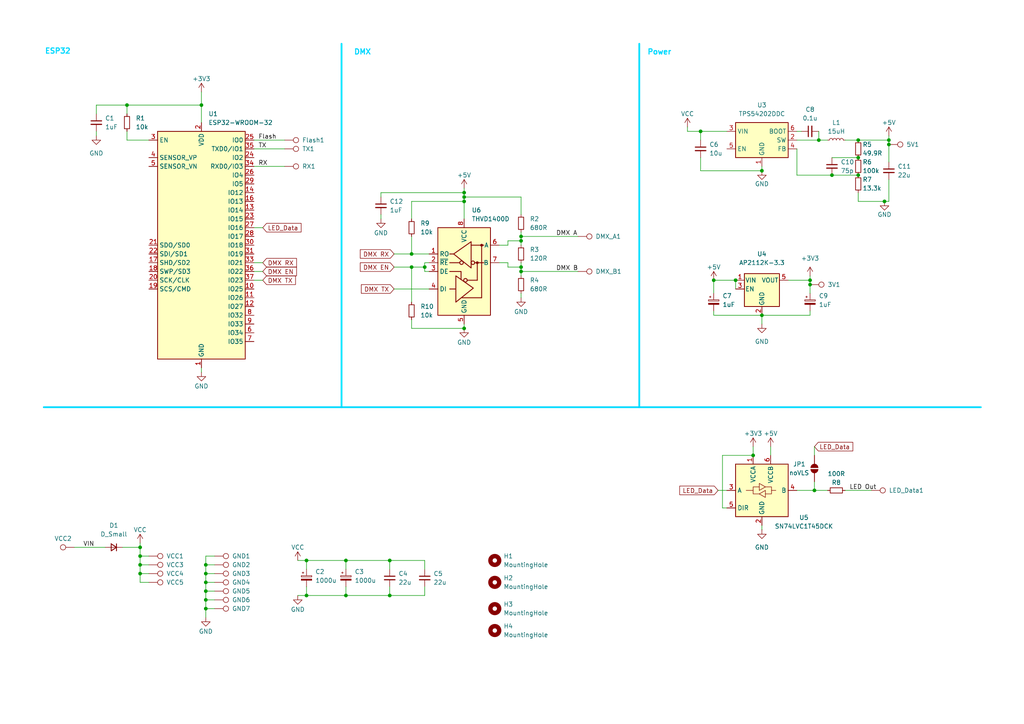
<source format=kicad_sch>
(kicad_sch (version 20231120) (generator "eeschema") (generator_version "8.0")
  (paper "A4")
  (lib_symbols
    (symbol "Connector:TestPoint" (pin_numbers hide) (pin_names (offset 0.762) hide)
      (property "Reference" "TP" (at 0 6.858 0))
      (property "Value" "TestPoint" (at 0 5.08 0))
      (symbol "TestPoint_0_1"
        (circle (center 0 3.302) (radius 0.762))
      )
      (symbol "TestPoint_1_1"
        (pin passive line (at 0 0 90) (length 2.54) (name "1") (number "1"))
      )
    )
    (symbol "Device:C_Polarized_Small" (pin_numbers hide) (pin_names (offset 0.254) hide)
      (property "Reference" "C" (at 0.254 1.778 0))
      (property "Value" "C_Polarized_Small" (at 0.254 -2.032 0))
      (symbol "C_Polarized_Small_0_1"
        (rectangle (start -1.524 -0.3048) (end 1.524 -0.6858) (fill (type outline)))
        (rectangle (start -1.524 0.6858) (end 1.524 0.3048))
        (polyline (pts (xy -1.27 1.524) (xy -0.762 1.524)))
        (polyline (pts (xy -1.016 1.27) (xy -1.016 1.778)))
      )
      (symbol "C_Polarized_Small_1_1"
        (pin passive line (at 0 2.54 270) (length 1.8542) (name "~") (number "1"))
        (pin passive line (at 0 -2.54 90) (length 1.8542) (name "~") (number "2"))
      )
    )
    (symbol "Device:C_Small" (pin_numbers hide) (pin_names (offset 0.254) hide)
      (property "Reference" "C" (at 0.254 1.778 0))
      (property "Value" "C_Small" (at 0.254 -2.032 0))
      (symbol "C_Small_0_1"
        (polyline (pts (xy -1.524 -0.508) (xy 1.524 -0.508)) (stroke (width 0.3302)))
        (polyline (pts (xy -1.524 0.508) (xy 1.524 0.508)) (stroke (width 0.3048)))
      )
      (symbol "C_Small_1_1"
        (pin passive line (at 0 2.54 270) (length 2.032) (name "~") (number "1"))
        (pin passive line (at 0 -2.54 90) (length 2.032) (name "~") (number "2"))
      )
    )
    (symbol "Device:D_Small" (pin_numbers hide) (pin_names (offset 0.254) hide)
      (property "Reference" "D" (at -1.27 2.032 0))
      (property "Value" "D_Small" (at -3.81 -2.032 0))
      (symbol "D_Small_0_1"
        (polyline (pts (xy -0.762 -1.016) (xy -0.762 1.016)) (stroke (width 0.254)))
        (polyline (pts (xy -0.762 0) (xy 0.762 0)))
        (polyline (pts (xy 0.762 -1.016) (xy -0.762 0) (xy 0.762 1.016) (xy 0.762 -1.016)) (stroke (width 0.254)))
      )
      (symbol "D_Small_1_1"
        (pin passive line (at -2.54 0 0) (length 1.778) (name "K") (number "1"))
        (pin passive line (at 2.54 0 180) (length 1.778) (name "A") (number "2"))
      )
    )
    (symbol "Device:L_Small" (pin_numbers hide) (pin_names (offset 0.254) hide)
      (property "Reference" "L" (at 0.762 1.016 0))
      (property "Value" "L_Small" (at 0.762 -1.016 0))
      (symbol "L_Small_0_1"
        (arc (start 0 -2.032) (mid 0.5058 -1.524) (end 0 -1.016))
        (arc (start 0 -1.016) (mid 0.5058 -0.508) (end 0 0))
        (arc (start 0 0) (mid 0.5058 0.508) (end 0 1.016))
        (arc (start 0 1.016) (mid 0.5058 1.524) (end 0 2.032))
      )
      (symbol "L_Small_1_1"
        (pin passive line (at 0 2.54 270) (length 0.508) (name "~") (number "1"))
        (pin passive line (at 0 -2.54 90) (length 0.508) (name "~") (number "2"))
      )
    )
    (symbol "Device:R_Small" (pin_numbers hide) (pin_names (offset 0.254) hide)
      (property "Reference" "R" (at 0.762 0.508 0))
      (property "Value" "R_Small" (at 0.762 -1.016 0))
      (symbol "R_Small_0_1"
        (rectangle (start -0.762 1.778) (end 0.762 -1.778) (stroke (width 0.2032)))
      )
      (symbol "R_Small_1_1"
        (pin passive line (at 0 2.54 270) (length 0.762) (name "~") (number "1"))
        (pin passive line (at 0 -2.54 90) (length 0.762) (name "~") (number "2"))
      )
    )
    (symbol "GND_1" (power) (pin_numbers hide) (pin_names (offset 0) hide)
      (property "Value" "GND" (at 0 -3.81 0))
      (symbol "GND_1_0_1"
        (polyline (pts (xy 0 0) (xy 0 -1.27) (xy 1.27 -1.27) (xy 0 -2.54) (xy -1.27 -1.27) (xy 0 -1.27)))
      )
      (symbol "GND_1_1_1"
        (pin power_in line (at 0 0 270) (length 0) (name "~") (number "1"))
      )
    )
    (symbol "Interface_UART:THVD1400D"
      (property "Reference" "U" (at -6.096 11.43 0))
      (property "Value" "THVD1400D" (at 0.762 11.43 0))
      (symbol "THVD1400D_0_1"
        (rectangle (start -7.62 12.7) (end 7.62 -12.7) (stroke (width 0.254)) (fill (type background)))
        (polyline (pts (xy -4.191 2.54) (xy -1.27 2.54)) (stroke (width 0.254)))
        (polyline (pts (xy -2.54 -5.08) (xy -4.191 -5.08)) (stroke (width 0.254)))
        (polyline (pts (xy -0.635 -7.62) (xy 5.08 -7.62)) (stroke (width 0.254)))
        (polyline (pts (xy 0.889 -2.54) (xy 3.81 -2.54)) (stroke (width 0.254)))
        (polyline (pts (xy 2.032 7.62) (xy 5.715 7.62)) (stroke (width 0.254)))
        (polyline (pts (xy 3.048 2.54) (xy 5.715 2.54)) (stroke (width 0.254)))
        (polyline (pts (xy 3.81 -2.54) (xy 3.81 2.54)) (stroke (width 0.254)))
        (polyline (pts (xy 5.08 -7.62) (xy 5.08 7.62)) (stroke (width 0.254)))
        (polyline (pts (xy -4.191 0) (xy -0.889 0) (xy -0.889 -2.286)) (stroke (width 0.254)))
        (polyline (pts (xy -3.175 5.08) (xy -4.191 5.08) (xy -4.064 5.08)) (stroke (width 0.254)))
        (polyline (pts (xy -2.413 -5.08) (xy -2.413 -1.27) (xy 2.667 -4.826) (xy -2.413 -8.89) (xy -2.413 -5.08)) (stroke (width 0.254)))
        (circle (center 0.381 -2.54) (radius 0.508) (stroke (width 0.254)))
        (circle (center 3.81 2.54) (radius 0.2794) (stroke (width 0.254)) (fill (type outline)))
      )
      (symbol "THVD1400D_1_1"
        (circle (center -0.762 2.54) (radius 0.508) (stroke (width 0.254)))
        (polyline (pts (xy 2.032 4.826) (xy 2.032 8.636) (xy -3.048 5.08) (xy 2.032 1.016) (xy 2.032 4.826)) (stroke (width 0.254)))
        (circle (center 2.54 2.54) (radius 0.508) (stroke (width 0.254)))
        (circle (center 5.08 7.62) (radius 0.2794) (stroke (width 0.254)) (fill (type outline)))
        (pin output line (at -10.16 5.08 0) (length 2.54) (name "RO") (number "1"))
        (pin input line (at -10.16 2.54 0) (length 2.54) (name "~{RE}") (number "2"))
        (pin input line (at -10.16 0 0) (length 2.54) (name "DE") (number "3"))
        (pin input line (at -10.16 -5.08 0) (length 2.54) (name "DI") (number "4"))
        (pin power_in line (at 0 -15.24 90) (length 2.54) (name "GND") (number "5"))
        (pin bidirectional line (at 10.16 7.62 180) (length 2.54) (name "A") (number "6"))
        (pin bidirectional line (at 10.16 2.54 180) (length 2.54) (name "B") (number "7"))
        (pin power_in line (at 0 15.24 270) (length 2.54) (name "VCC") (number "8"))
      )
    )
    (symbol "Jumper:SolderJumper_2_Open" (pin_numbers hide) (pin_names (offset 0) hide) (exclude_from_sim yes) (in_bom no)
      (property "Reference" "JP" (at 0 2.032 0))
      (property "Value" "SolderJumper_2_Open" (at 0 -2.54 0))
      (symbol "SolderJumper_2_Open_0_1"
        (arc (start -0.254 1.016) (mid -1.2656 0) (end -0.254 -1.016))
        (arc (start -0.254 1.016) (mid -1.2656 0) (end -0.254 -1.016) (fill (type outline)))
        (polyline (pts (xy -0.254 1.016) (xy -0.254 -1.016)))
        (polyline (pts (xy 0.254 1.016) (xy 0.254 -1.016)))
        (arc (start 0.254 -1.016) (mid 1.2656 0) (end 0.254 1.016))
        (arc (start 0.254 -1.016) (mid 1.2656 0) (end 0.254 1.016) (fill (type outline)))
      )
      (symbol "SolderJumper_2_Open_1_1"
        (pin passive line (at -3.81 0 0) (length 2.54) (name "A") (number "1"))
        (pin passive line (at 3.81 0 180) (length 2.54) (name "B") (number "2"))
      )
    )
    (symbol "Logic_LevelTranslator:SN74LVC1T45DCK"
      (property "Reference" "U" (at -6.35 8.89 0))
      (property "Value" "SN74LVC1T45DCK" (at 3.81 8.89 0))
      (symbol "SN74LVC1T45DCK_0_1"
        (rectangle (start -7.62 7.62) (end 7.62 -7.62) (stroke (width 0.254)) (fill (type background)))
        (polyline (pts (xy -2.54 0) (xy -2.54 1.016) (xy -0.762 1.016)))
        (polyline (pts (xy 2.794 0) (xy 2.794 -1.016) (xy 1.016 -1.016)))
        (polyline (pts (xy -0.762 -1.016) (xy -2.54 -1.016) (xy -2.54 0) (xy -4.572 0)))
        (polyline (pts (xy -0.762 0) (xy -0.762 2.032) (xy 1.016 1.016) (xy -0.762 0)))
        (polyline (pts (xy 1.016 1.016) (xy 2.794 1.016) (xy 2.794 0) (xy 4.064 0)))
        (polyline (pts (xy 1.016 0) (xy 1.016 -1.778) (xy 1.016 -2.032) (xy -0.762 -1.016) (xy 1.016 0)))
      )
      (symbol "SN74LVC1T45DCK_1_1"
        (pin power_in line (at -2.54 10.16 270) (length 2.54) (name "VCCA") (number "1"))
        (pin power_in line (at 0 -10.16 90) (length 2.54) (name "GND") (number "2"))
        (pin bidirectional line (at -10.16 0 0) (length 2.54) (name "A") (number "3"))
        (pin bidirectional line (at 10.16 0 180) (length 2.54) (name "B") (number "4"))
        (pin input line (at -10.16 -5.08 0) (length 2.54) (name "DIR") (number "5"))
        (pin power_in line (at 2.54 10.16 270) (length 2.54) (name "VCCB") (number "6"))
      )
    )
    (symbol "Mechanical:MountingHole" (pin_names (offset 1.016)) (exclude_from_sim yes) (in_bom no)
      (property "Reference" "H" (at 0 5.08 0))
      (property "Value" "MountingHole" (at 0 3.175 0))
      (symbol "MountingHole_0_1"
        (circle (center 0 0) (radius 1.27) (stroke (width 1.27)))
      )
    )
    (symbol "MyLib:VIN" (power) (pin_names (offset 0))
      (property "Value" "VIN" (at 0 3.81 0))
      (symbol "VIN_0_1"
        (polyline (pts (xy -0.762 1.27) (xy 0 2.54)))
        (polyline (pts (xy 0 0) (xy 0 2.54)))
        (polyline (pts (xy 0 2.54) (xy 0.762 1.27)))
      )
      (symbol "VIN_1_1"
        (pin power_in line (at 0 0 90) (length 0) hide (name "VDD") (number "1"))
      )
    )
    (symbol "RF_Module:ESP32-WROOM-32"
      (property "Reference" "U" (at -12.7 34.29 0))
      (property "Value" "ESP32-WROOM-32" (at 1.27 34.29 0))
      (symbol "ESP32-WROOM-32_0_1"
        (rectangle (start -12.7 33.02) (end 12.7 -33.02) (stroke (width 0.254)) (fill (type background)))
      )
      (symbol "ESP32-WROOM-32_1_1"
        (pin power_in line (at 0 -35.56 90) (length 2.54) (name "GND") (number "1"))
        (pin bidirectional line (at 15.24 -12.7 180) (length 2.54) (name "IO25") (number "10"))
        (pin bidirectional line (at 15.24 -15.24 180) (length 2.54) (name "IO26") (number "11"))
        (pin bidirectional line (at 15.24 -17.78 180) (length 2.54) (name "IO27") (number "12"))
        (pin bidirectional line (at 15.24 10.16 180) (length 2.54) (name "IO14") (number "13"))
        (pin bidirectional line (at 15.24 15.24 180) (length 2.54) (name "IO12") (number "14"))
        (pin passive line (at 0 -35.56 90) (length 2.54) hide (name "GND") (number "15"))
        (pin bidirectional line (at 15.24 12.7 180) (length 2.54) (name "IO13") (number "16"))
        (pin bidirectional line (at -15.24 -5.08 0) (length 2.54) (name "SHD/SD2") (number "17"))
        (pin bidirectional line (at -15.24 -7.62 0) (length 2.54) (name "SWP/SD3") (number "18"))
        (pin bidirectional line (at -15.24 -12.7 0) (length 2.54) (name "SCS/CMD") (number "19"))
        (pin power_in line (at 0 35.56 270) (length 2.54) (name "VDD") (number "2"))
        (pin bidirectional line (at -15.24 -10.16 0) (length 2.54) (name "SCK/CLK") (number "20"))
        (pin bidirectional line (at -15.24 0 0) (length 2.54) (name "SDO/SD0") (number "21"))
        (pin bidirectional line (at -15.24 -2.54 0) (length 2.54) (name "SDI/SD1") (number "22"))
        (pin bidirectional line (at 15.24 7.62 180) (length 2.54) (name "IO15") (number "23"))
        (pin bidirectional line (at 15.24 25.4 180) (length 2.54) (name "IO2") (number "24"))
        (pin bidirectional line (at 15.24 30.48 180) (length 2.54) (name "IO0") (number "25"))
        (pin bidirectional line (at 15.24 20.32 180) (length 2.54) (name "IO4") (number "26"))
        (pin bidirectional line (at 15.24 5.08 180) (length 2.54) (name "IO16") (number "27"))
        (pin bidirectional line (at 15.24 2.54 180) (length 2.54) (name "IO17") (number "28"))
        (pin bidirectional line (at 15.24 17.78 180) (length 2.54) (name "IO5") (number "29"))
        (pin input line (at -15.24 30.48 0) (length 2.54) (name "EN") (number "3"))
        (pin bidirectional line (at 15.24 0 180) (length 2.54) (name "IO18") (number "30"))
        (pin bidirectional line (at 15.24 -2.54 180) (length 2.54) (name "IO19") (number "31"))
        (pin no_connect line (at -12.7 -27.94 0) (length 2.54) hide (name "NC") (number "32"))
        (pin bidirectional line (at 15.24 -5.08 180) (length 2.54) (name "IO21") (number "33"))
        (pin bidirectional line (at 15.24 22.86 180) (length 2.54) (name "RXD0/IO3") (number "34"))
        (pin bidirectional line (at 15.24 27.94 180) (length 2.54) (name "TXD0/IO1") (number "35"))
        (pin bidirectional line (at 15.24 -7.62 180) (length 2.54) (name "IO22") (number "36"))
        (pin bidirectional line (at 15.24 -10.16 180) (length 2.54) (name "IO23") (number "37"))
        (pin passive line (at 0 -35.56 90) (length 2.54) hide (name "GND") (number "38"))
        (pin passive line (at 0 -35.56 90) (length 2.54) hide (name "GND") (number "39"))
        (pin input line (at -15.24 25.4 0) (length 2.54) (name "SENSOR_VP") (number "4"))
        (pin input line (at -15.24 22.86 0) (length 2.54) (name "SENSOR_VN") (number "5"))
        (pin input line (at 15.24 -25.4 180) (length 2.54) (name "IO34") (number "6"))
        (pin input line (at 15.24 -27.94 180) (length 2.54) (name "IO35") (number "7"))
        (pin bidirectional line (at 15.24 -20.32 180) (length 2.54) (name "IO32") (number "8"))
        (pin bidirectional line (at 15.24 -22.86 180) (length 2.54) (name "IO33") (number "9"))
      )
    )
    (symbol "Regulator_Linear:AP2112K-3.3" (pin_names (offset 0.254))
      (property "Reference" "U" (at -5.08 5.715 0))
      (property "Value" "AP2112K-3.3" (at 0 5.715 0))
      (symbol "AP2112K-3.3_0_1"
        (rectangle (start -5.08 4.445) (end 5.08 -5.08) (stroke (width 0.254)) (fill (type background)))
      )
      (symbol "AP2112K-3.3_1_1"
        (pin power_in line (at -7.62 2.54 0) (length 2.54) (name "VIN") (number "1"))
        (pin power_in line (at 0 -7.62 90) (length 2.54) (name "GND") (number "2"))
        (pin input line (at -7.62 0 0) (length 2.54) (name "EN") (number "3"))
        (pin no_connect line (at 5.08 0 180) (length 2.54) hide (name "NC") (number "4"))
        (pin power_out line (at 7.62 2.54 180) (length 2.54) (name "VOUT") (number "5"))
      )
    )
    (symbol "Regulator_Switching:TPS54202DDC"
      (property "Reference" "U" (at -7.62 6.35 0))
      (property "Value" "TPS54202DDC" (at 0 6.35 0))
      (symbol "TPS54202DDC_0_1"
        (rectangle (start -7.62 5.08) (end 7.62 -5.08) (stroke (width 0.254)) (fill (type background)))
      )
      (symbol "TPS54202DDC_1_1"
        (pin power_in line (at 0 -7.62 90) (length 2.54) (name "GND") (number "1"))
        (pin power_out line (at 10.16 0 180) (length 2.54) (name "SW") (number "2"))
        (pin power_in line (at -10.16 2.54 0) (length 2.54) (name "VIN") (number "3"))
        (pin input line (at 10.16 -2.54 180) (length 2.54) (name "FB") (number "4"))
        (pin input line (at -10.16 -2.54 0) (length 2.54) (name "EN") (number "5"))
        (pin passive line (at 10.16 2.54 180) (length 2.54) (name "BOOT") (number "6"))
      )
    )
    (symbol "power:+3V3" (power) (pin_names (offset 0))
      (property "Value" "+3V3" (at 0 3.556 0))
      (symbol "+3V3_0_1"
        (polyline (pts (xy -0.762 1.27) (xy 0 2.54)))
        (polyline (pts (xy 0 0) (xy 0 2.54)))
        (polyline (pts (xy 0 2.54) (xy 0.762 1.27)))
      )
      (symbol "+3V3_1_1"
        (pin power_in line (at 0 0 90) (length 0) hide (name "+3V3") (number "1"))
      )
    )
    (symbol "power:GND" (power) (pin_names (offset 0))
      (property "Value" "GND" (at 0 -3.81 0))
      (symbol "GND_0_1"
        (polyline (pts (xy 0 0) (xy 0 -1.27) (xy 1.27 -1.27) (xy 0 -2.54) (xy -1.27 -1.27) (xy 0 -1.27)))
      )
      (symbol "GND_1_1"
        (pin power_in line (at 0 0 270) (length 0) hide (name "GND") (number "1"))
      )
    )
  )
  (junction (at 234.95 82.55))
  (junction (at 248.92 50.8))
  (junction (at 218.44 132.08))
  (junction (at 88.9 172.72))
  (junction (at 237.49 40.64))
  (junction (at 100.33 172.72))
  (junction (at 236.22 142.24))
  (junction (at 213.36 81.28))
  (junction (at 123.19 77.47))
  (junction (at 234.95 81.28))
  (junction (at 257.81 41.91))
  (junction (at 40.64 163.83))
  (junction (at 151.13 69.85))
  (junction (at 59.69 166.37))
  (junction (at 257.81 40.64))
  (junction (at 59.69 171.45))
  (junction (at 36.83 30.48))
  (junction (at 40.64 166.37))
  (junction (at 88.9 162.56))
  (junction (at 256.54 58.42))
  (junction (at 59.69 176.53))
  (junction (at 59.69 173.99))
  (junction (at 134.62 95.25))
  (junction (at 113.03 162.56))
  (junction (at 151.13 77.47))
  (junction (at 220.98 49.53))
  (junction (at 119.38 77.47))
  (junction (at 40.64 161.29))
  (junction (at 241.3 50.8))
  (junction (at 113.03 172.72))
  (junction (at 134.62 57.15))
  (junction (at 203.2 38.1))
  (junction (at 151.13 78.74))
  (junction (at 134.62 58.42))
  (junction (at 134.62 55.88))
  (junction (at 100.33 162.56))
  (junction (at 59.69 163.83))
  (junction (at 151.13 68.58))
  (junction (at 220.98 91.44))
  (junction (at 207.01 81.28))
  (junction (at 248.92 45.72))
  (junction (at 59.69 168.91))
  (junction (at 119.38 73.66))
  (junction (at 248.92 40.64))
  (junction (at 40.64 158.75))
  (junction (at 58.42 30.48))
  (wire (pts (xy 203.2 45.72) (xy 203.2 49.53)))
  (wire (pts (xy 59.69 171.45) (xy 59.69 173.99)))
  (wire (pts (xy 248.92 40.64) (xy 257.81 40.64)))
  (wire (pts (xy 59.69 161.29) (xy 59.69 163.83)))
  (wire (pts (xy 27.94 38.1) (xy 27.94 39.37)))
  (wire (pts (xy 241.3 50.8) (xy 248.92 50.8)))
  (wire (pts (xy 73.66 76.2) (xy 76.2 76.2)))
  (wire (pts (xy 151.13 62.23) (xy 151.13 57.15)))
  (wire (pts (xy 110.49 55.88) (xy 134.62 55.88)))
  (wire (pts (xy 73.66 78.74) (xy 76.2 78.74)))
  (wire (pts (xy 245.11 40.64) (xy 248.92 40.64)))
  (wire (pts (xy 36.83 30.48) (xy 58.42 30.48)))
  (wire (pts (xy 240.03 142.24) (xy 236.22 142.24)))
  (wire (pts (xy 73.66 43.18) (xy 82.55 43.18)))
  (wire (pts (xy 119.38 77.47) (xy 119.38 87.63)))
  (wire (pts (xy 114.3 73.66) (xy 119.38 73.66)))
  (wire (pts (xy 73.66 48.26) (xy 82.55 48.26)))
  (wire (pts (xy 207.01 90.17) (xy 207.01 91.44)))
  (wire (pts (xy 147.32 77.47) (xy 151.13 77.47)))
  (wire (pts (xy 257.81 52.07) (xy 257.81 58.42)))
  (wire (pts (xy 27.94 33.02) (xy 27.94 30.48)))
  (wire (pts (xy 36.83 40.64) (xy 43.18 40.64)))
  (wire (pts (xy 209.55 132.08) (xy 218.44 132.08)))
  (wire (pts (xy 248.92 58.42) (xy 256.54 58.42)))
  (wire (pts (xy 113.03 172.72) (xy 100.33 172.72)))
  (wire (pts (xy 147.32 76.2) (xy 147.32 77.47)))
  (wire (pts (xy 110.49 62.23) (xy 110.49 63.5)))
  (wire (pts (xy 123.19 172.72) (xy 113.03 172.72)))
  (wire (pts (xy 73.66 66.04) (xy 76.2 66.04)))
  (wire (pts (xy 100.33 170.18) (xy 100.33 172.72)))
  (wire (pts (xy 59.69 168.91) (xy 59.69 171.45)))
  (wire (pts (xy 134.62 93.98) (xy 134.62 95.25)))
  (wire (pts (xy 151.13 76.2) (xy 151.13 77.47)))
  (wire (pts (xy 220.98 152.4) (xy 220.98 153.67)))
  (wire (pts (xy 151.13 67.31) (xy 151.13 68.58)))
  (wire (pts (xy 123.19 165.1) (xy 123.19 162.56)))
  (wire (pts (xy 73.66 40.64) (xy 82.55 40.64)))
  (wire (pts (xy 58.42 30.48) (xy 58.42 35.56)))
  (wire (pts (xy 119.38 58.42) (xy 134.62 58.42)))
  (wire (pts (xy 241.3 45.72) (xy 248.92 45.72)))
  (wire (pts (xy 220.98 48.26) (xy 220.98 49.53)))
  (wire (pts (xy 114.3 83.82) (xy 124.46 83.82)))
  (wire (pts (xy 59.69 163.83) (xy 59.69 166.37)))
  (wire (pts (xy 207.01 91.44) (xy 220.98 91.44)))
  (wire (pts (xy 134.62 57.15) (xy 134.62 55.88)))
  (wire (pts (xy 220.98 91.44) (xy 234.95 91.44)))
  (wire (pts (xy 40.64 163.83) (xy 40.64 166.37)))
  (wire (pts (xy 73.66 81.28) (xy 76.2 81.28)))
  (wire (pts (xy 151.13 68.58) (xy 167.64 68.58)))
  (wire (pts (xy 40.64 163.83) (xy 43.18 163.83)))
  (wire (pts (xy 257.81 39.37) (xy 257.81 40.64)))
  (polyline (pts (xy 185.42 12.7) (xy 185.42 118.11)) (stroke (width 0.508) (color 0 213 255 1)))
  (wire (pts (xy 123.19 170.18) (xy 123.19 172.72)))
  (wire (pts (xy 213.36 81.28) (xy 213.36 83.82)))
  (wire (pts (xy 88.9 170.18) (xy 88.9 172.72)))
  (wire (pts (xy 228.6 81.28) (xy 234.95 81.28)))
  (wire (pts (xy 151.13 78.74) (xy 151.13 80.01)))
  (wire (pts (xy 209.55 147.32) (xy 210.82 147.32)))
  (wire (pts (xy 234.95 82.55) (xy 234.95 85.09)))
  (wire (pts (xy 119.38 63.5) (xy 119.38 58.42)))
  (wire (pts (xy 209.55 147.32) (xy 209.55 132.08)))
  (polyline (pts (xy 99.06 12.7) (xy 99.06 118.11)) (stroke (width 0.508) (color 0 213 255 1)))
  (wire (pts (xy 100.33 162.56) (xy 88.9 162.56)))
  (wire (pts (xy 62.23 163.83) (xy 59.69 163.83)))
  (wire (pts (xy 123.19 77.47) (xy 123.19 76.2)))
  (wire (pts (xy 21.59 158.75) (xy 30.48 158.75)))
  (wire (pts (xy 59.69 176.53) (xy 59.69 179.07)))
  (wire (pts (xy 58.42 26.67) (xy 58.42 30.48)))
  (wire (pts (xy 59.69 166.37) (xy 59.69 168.91)))
  (wire (pts (xy 40.64 157.48) (xy 40.64 158.75)))
  (wire (pts (xy 36.83 38.1) (xy 36.83 40.64)))
  (wire (pts (xy 40.64 168.91) (xy 40.64 166.37)))
  (wire (pts (xy 234.95 81.28) (xy 234.95 82.55)))
  (wire (pts (xy 36.83 33.02) (xy 36.83 30.48)))
  (wire (pts (xy 257.81 41.91) (xy 257.81 40.64)))
  (wire (pts (xy 231.14 50.8) (xy 241.3 50.8)))
  (wire (pts (xy 199.39 38.1) (xy 203.2 38.1)))
  (wire (pts (xy 147.32 69.85) (xy 151.13 69.85)))
  (wire (pts (xy 88.9 172.72) (xy 86.36 172.72)))
  (wire (pts (xy 144.78 71.12) (xy 147.32 71.12)))
  (wire (pts (xy 27.94 30.48) (xy 36.83 30.48)))
  (wire (pts (xy 245.11 142.24) (xy 252.73 142.24)))
  (wire (pts (xy 231.14 142.24) (xy 236.22 142.24)))
  (wire (pts (xy 237.49 38.1) (xy 237.49 40.64)))
  (wire (pts (xy 134.62 58.42) (xy 134.62 57.15)))
  (wire (pts (xy 123.19 78.74) (xy 124.46 78.74)))
  (wire (pts (xy 234.95 80.01) (xy 234.95 81.28)))
  (wire (pts (xy 203.2 38.1) (xy 210.82 38.1)))
  (wire (pts (xy 207.01 81.28) (xy 213.36 81.28)))
  (wire (pts (xy 218.44 129.54) (xy 218.44 132.08)))
  (wire (pts (xy 151.13 78.74) (xy 167.64 78.74)))
  (wire (pts (xy 123.19 76.2) (xy 124.46 76.2)))
  (wire (pts (xy 88.9 162.56) (xy 88.9 165.1)))
  (wire (pts (xy 113.03 165.1) (xy 113.03 162.56)))
  (wire (pts (xy 236.22 139.7) (xy 236.22 142.24)))
  (wire (pts (xy 248.92 55.88) (xy 248.92 58.42)))
  (wire (pts (xy 207.01 81.28) (xy 207.01 85.09)))
  (wire (pts (xy 62.23 161.29) (xy 59.69 161.29)))
  (wire (pts (xy 123.19 162.56) (xy 113.03 162.56)))
  (wire (pts (xy 144.78 76.2) (xy 147.32 76.2)))
  (wire (pts (xy 40.64 166.37) (xy 43.18 166.37)))
  (wire (pts (xy 40.64 158.75) (xy 40.64 161.29)))
  (wire (pts (xy 100.33 172.72) (xy 88.9 172.72)))
  (wire (pts (xy 40.64 161.29) (xy 43.18 161.29)))
  (wire (pts (xy 40.64 161.29) (xy 40.64 163.83)))
  (wire (pts (xy 134.62 57.15) (xy 151.13 57.15)))
  (wire (pts (xy 35.56 158.75) (xy 40.64 158.75)))
  (wire (pts (xy 203.2 40.64) (xy 203.2 38.1)))
  (wire (pts (xy 43.18 168.91) (xy 40.64 168.91)))
  (wire (pts (xy 58.42 106.68) (xy 58.42 107.95)))
  (wire (pts (xy 88.9 162.56) (xy 86.36 162.56)))
  (wire (pts (xy 110.49 57.15) (xy 110.49 55.88)))
  (wire (pts (xy 59.69 173.99) (xy 62.23 173.99)))
  (wire (pts (xy 237.49 40.64) (xy 240.03 40.64)))
  (wire (pts (xy 119.38 77.47) (xy 123.19 77.47)))
  (wire (pts (xy 203.2 49.53) (xy 220.98 49.53)))
  (wire (pts (xy 220.98 93.98) (xy 220.98 91.44)))
  (wire (pts (xy 223.52 129.54) (xy 223.52 132.08)))
  (wire (pts (xy 123.19 77.47) (xy 123.19 78.74)))
  (wire (pts (xy 208.28 142.24) (xy 210.82 142.24)))
  (polyline (pts (xy 12.7 118.11) (xy 284.48 118.11)) (stroke (width 0.508) (type solid) (color 0 213 255 1)))
  (wire (pts (xy 59.69 173.99) (xy 59.69 176.53)))
  (wire (pts (xy 59.69 166.37) (xy 62.23 166.37)))
  (wire (pts (xy 114.3 77.47) (xy 119.38 77.47)))
  (wire (pts (xy 231.14 40.64) (xy 237.49 40.64)))
  (wire (pts (xy 113.03 170.18) (xy 113.03 172.72)))
  (wire (pts (xy 134.62 63.5) (xy 134.62 58.42)))
  (wire (pts (xy 199.39 36.83) (xy 199.39 38.1)))
  (wire (pts (xy 119.38 95.25) (xy 134.62 95.25)))
  (wire (pts (xy 256.54 58.42) (xy 257.81 58.42)))
  (wire (pts (xy 119.38 92.71) (xy 119.38 95.25)))
  (wire (pts (xy 151.13 69.85) (xy 151.13 71.12)))
  (wire (pts (xy 59.69 171.45) (xy 62.23 171.45)))
  (wire (pts (xy 257.81 46.99) (xy 257.81 41.91)))
  (wire (pts (xy 151.13 85.09) (xy 151.13 86.36)))
  (wire (pts (xy 119.38 68.58) (xy 119.38 73.66)))
  (wire (pts (xy 147.32 71.12) (xy 147.32 69.85)))
  (wire (pts (xy 59.69 176.53) (xy 62.23 176.53)))
  (wire (pts (xy 151.13 68.58) (xy 151.13 69.85)))
  (wire (pts (xy 151.13 77.47) (xy 151.13 78.74)))
  (wire (pts (xy 119.38 73.66) (xy 124.46 73.66)))
  (wire (pts (xy 113.03 162.56) (xy 100.33 162.56)))
  (wire (pts (xy 59.69 168.91) (xy 62.23 168.91)))
  (wire (pts (xy 100.33 162.56) (xy 100.33 165.1)))
  (wire (pts (xy 134.62 55.88) (xy 134.62 54.61)))
  (wire (pts (xy 236.22 129.54) (xy 236.22 132.08)))
  (wire (pts (xy 231.14 38.1) (xy 232.41 38.1)))
  (wire (pts (xy 231.14 43.18) (xy 231.14 50.8)))
  (wire (pts (xy 234.95 91.44) (xy 234.95 90.17)))
  (text "Power\n" (at 191.262 15.24 0) (effects (font (size 1.524 1.524) (thickness 0.3048) (bold yes))))
  (text "DMX\n" (at 105.156 15.24 0) (effects (font (size 1.524 1.524) (thickness 0.3048) (bold yes))))
  (text "ESP32" (at 16.764 14.986 0) (effects (font (size 1.524 1.524) (thickness 0.3048) (bold yes))))
  (label "DMX B" (at 161.29 78.74 0))
  (label "VIN" (at 24.13 158.75 0))
  (label "TX" (at 74.93 43.18 0))
  (label "DMX A" (at 161.29 68.58 0))
  (label "LED Out" (at 246.38 142.24 0))
  (label "Flash" (at 74.93 40.64 0))
  (label "RX" (at 74.93 48.26 0))
  (global_label "LED_Data" (shape input) (at 208.28 142.24 180) (property "Intersheetrefs" "${INTERSHEET_REFS}" (effects (hide yes))))
  (global_label "DMX TX" (shape input) (at 114.3 83.82 180) (property "Intersheetrefs" "${INTERSHEET_REFS}" (effects (hide yes))))
  (global_label "LED_Data" (shape input) (at 236.22 129.54 0) (property "Intersheetrefs" "${INTERSHEET_REFS}" (effects (hide yes))))
  (global_label "DMX EN" (shape input) (at 76.2 78.74 0) (property "Intersheetrefs" "${INTERSHEET_REFS}" (effects (hide yes))))
  (global_label "DMX RX" (shape input) (at 76.2 76.2 0) (property "Intersheetrefs" "${INTERSHEET_REFS}" (effects (hide yes))))
  (global_label "LED_Data" (shape input) (at 76.2 66.04 0) (property "Intersheetrefs" "${INTERSHEET_REFS}" (effects (hide yes))))
  (global_label "DMX RX" (shape input) (at 114.3 73.66 180) (property "Intersheetrefs" "${INTERSHEET_REFS}" (effects (hide yes))))
  (global_label "DMX TX" (shape input) (at 76.2 81.28 0) (property "Intersheetrefs" "${INTERSHEET_REFS}" (effects (hide yes))))
  (global_label "DMX EN" (shape input) (at 114.3 77.47 180) (property "Intersheetrefs" "${INTERSHEET_REFS}" (effects (hide yes))))
  (symbol (lib_id "power:GND") (at 58.42 107.95 0) (unit 1)
    (property "Reference" "#PWR05" (effects (hide yes)))
    (property "Value" "GND" (at 58.42 112.014 0))
  )
  (symbol (lib_id "power:GND") (at 110.49 63.5 0) (unit 1)
    (property "Reference" "#PWR021" (effects (hide yes)))
    (property "Value" "GND" (at 110.49 67.564 0))
  )
  (symbol (lib_id "power:+3V3") (at 234.95 80.01 0) (unit 1)
    (property "Reference" "#PWR015" (effects (hide yes)))
    (property "Value" "+3V3" (at 234.95 74.93 0))
  )
  (symbol (lib_id "Mechanical:MountingHole") (at 143.51 168.91 0) (unit 1) (exclude_from_sim yes) (in_bom no)
    (property "Reference" "H2" (at 146.05 167.6399 0) (effects (justify left)))
    (property "Value" "MountingHole" (at 146.05 170.1799 0) (effects (justify left)))
    (property "Footprint" "MountingHole:MountingHole_2.7mm_M2.5" (effects (hide yes)))
    (property "Description" "Mounting Hole without connection" (effects (hide yes)))
  )
  (symbol (lib_id "power:+3V3") (at 207.01 81.28 0) (unit 1)
    (property "Reference" "#PWR012" (effects (hide yes)))
    (property "Value" "+5V" (at 207.01 77.47 0))
  )
  (symbol (lib_id "Connector:TestPoint") (at 257.81 41.91 270) (unit 1)
    (property "Reference" "5V1" (at 262.89 41.9099 90) (effects (justify left)))
    (property "Value" "TestPoint" (effects (hide yes)))
    (property "Footprint" "TestPoint:TestPoint_Pad_D1.5mm" (effects (hide yes)))
    (property "Description" "test point" (effects (hide yes)))
  )
  (symbol (lib_id "Device:R_Small") (at 151.13 82.55 0) (unit 1)
    (property "Reference" "R4" (at 153.67 81.2799 0) (effects (justify left)))
    (property "Value" "680R" (at 153.67 83.8199 0) (effects (justify left)))
    (property "Footprint" "Resistor_SMD:R_0805_2012Metric" (effects (hide yes)))
    (property "Description" "Resistor, small symbol" (effects (hide yes)))
  )
  (symbol (lib_id "power:GND") (at 220.98 49.53 0) (unit 1)
    (property "Reference" "#PWR013" (effects (hide yes)))
    (property "Value" "GND" (at 220.98 53.34 0))
  )
  (symbol (lib_id "Device:D_Small") (at 33.02 158.75 180) (unit 1)
    (property "Reference" "D1" (at 33.02 152.4 0))
    (property "Value" "D_Small" (at 33.02 154.94 0))
    (property "Footprint" "Diode_SMD:D_SMB" (effects (hide yes)))
    (property "Description" "Diode, small symbol" (effects (hide yes)))
    (property "Sim.Device" "D" (effects (hide yes)))
    (property "Sim.Pins" "1=K 2=A" (effects (hide yes)))
  )
  (symbol (lib_id "Connector:TestPoint") (at 62.23 161.29 270) (unit 1)
    (property "Reference" "GND1" (at 67.31 161.2899 90) (effects (justify left)))
    (property "Value" "TestPoint" (effects (hide yes)))
    (property "Footprint" "TestPoint:TestPoint_THTPad_D3.0mm_Drill1.5mm" (effects (hide yes)))
    (property "Description" "test point" (effects (hide yes)))
  )
  (symbol (lib_id "Device:C_Polarized_Small") (at 100.33 167.64 0) (unit 1)
    (property "Reference" "C3" (at 102.87 165.8238 0) (effects (justify left)))
    (property "Value" "1000u" (at 102.87 168.3638 0) (effects (justify left)))
    (property "Footprint" "Capacitor_SMD:CP_Elec_10x12.6" (effects (hide yes)))
    (property "Description" "Polarized capacitor, small symbol" (effects (hide yes)))
  )
  (symbol (lib_id "Connector:TestPoint") (at 252.73 142.24 270) (mirror x) (unit 1)
    (property "Reference" "LED_Data1" (at 257.81 142.2401 90) (effects (justify left)))
    (property "Value" "TestPoint" (effects (hide yes)))
    (property "Footprint" "TestPoint:TestPoint_THTPad_D2.0mm_Drill1.0mm" (effects (hide yes)))
    (property "Description" "test point" (effects (hide yes)))
  )
  (symbol (lib_id "Device:R_Small") (at 151.13 73.66 0) (unit 1)
    (property "Reference" "R3" (at 153.67 72.3899 0) (effects (justify left)))
    (property "Value" "120R" (at 153.67 74.9299 0) (effects (justify left)))
    (property "Footprint" "Resistor_SMD:R_0805_2012Metric" (effects (hide yes)))
    (property "Description" "Resistor, small symbol" (effects (hide yes)))
  )
  (symbol (lib_id "power:+3V3") (at 134.62 54.61 0) (unit 1)
    (property "Reference" "#PWR08" (effects (hide yes)))
    (property "Value" "+5V" (at 134.62 50.8 0))
  )
  (symbol (lib_id "power:+3V3") (at 218.44 129.54 0) (unit 1)
    (property "Reference" "#PWR019" (effects (hide yes)))
    (property "Value" "+3V3" (at 218.44 125.73 0))
  )
  (symbol (lib_id "power:GND") (at 151.13 86.36 0) (unit 1)
    (property "Reference" "#PWR010" (effects (hide yes)))
    (property "Value" "GND" (at 151.13 90.424 0))
  )
  (symbol (lib_id "Regulator_Switching:TPS54202DDC") (at 220.98 40.64 0) (unit 1)
    (property "Reference" "U3" (at 220.98 30.48 0))
    (property "Value" "TPS54202DDC" (at 220.98 33.02 0))
    (property "Footprint" "Package_TO_SOT_SMD:SOT-23-6" (effects (hide yes)))
    (property "Datasheet" "http://www.ti.com/lit/ds/symlink/tps54202.pdf" (effects (hide yes)))
  )
  (symbol (lib_id "power:+3V3") (at 223.52 129.54 0) (unit 1)
    (property "Reference" "#PWR018" (effects (hide yes)))
    (property "Value" "+5V" (at 223.52 125.73 0))
  )
  (symbol (lib_id "Connector:TestPoint") (at 62.23 173.99 270) (unit 1)
    (property "Reference" "GND6" (at 67.31 173.9899 90) (effects (justify left)))
    (property "Value" "TestPoint" (effects (hide yes)))
    (property "Footprint" "TestPoint:TestPoint_THTPad_D2.0mm_Drill1.0mm" (effects (hide yes)))
    (property "Description" "test point" (effects (hide yes)))
  )
  (symbol (lib_id "power:GND") (at 134.62 95.25 0) (unit 1)
    (property "Reference" "#PWR09" (effects (hide yes)))
    (property "Value" "GND" (at 134.62 99.314 0))
  )
  (symbol (lib_id "MyLib:VIN") (at 40.64 157.48 0) (mirror y) (unit 1)
    (property "Reference" "#PWR02" (effects (hide yes)))
    (property "Value" "VCC" (at 40.64 153.67 0))
  )
  (symbol (lib_id "Connector:TestPoint") (at 21.59 158.75 90) (unit 1)
    (property "Reference" "VCC2" (at 18.288 156.21 90))
    (property "Value" "TestPoint" (effects (hide yes)))
    (property "Footprint" "TestPoint:TestPoint_THTPad_D3.0mm_Drill1.5mm" (effects (hide yes)))
    (property "Description" "test point" (effects (hide yes)))
  )
  (symbol (lib_id "Device:R_Small") (at 248.92 43.18 0) (unit 1)
    (property "Reference" "R5" (at 250.19 41.91 0) (effects (justify left)))
    (property "Value" "49.9R" (at 250.19 44.45 0) (effects (justify left)))
    (property "Footprint" "Resistor_SMD:R_0603_1608Metric" (effects (hide yes)))
  )
  (symbol (lib_id "Device:R_Small") (at 36.83 35.56 0) (unit 1)
    (property "Reference" "R1" (at 39.37 34.2899 0) (effects (justify left)))
    (property "Value" "10k" (at 39.37 36.8299 0) (effects (justify left)))
    (property "Footprint" "Resistor_SMD:R_0603_1608Metric" (effects (hide yes)))
  )
  (symbol (lib_id "Device:C_Small") (at 241.3 48.26 0) (unit 1)
    (property "Reference" "C10" (at 243.84 46.9962 0) (effects (justify left)))
    (property "Value" "75p" (at 243.84 49.5362 0) (effects (justify left)))
    (property "Footprint" "Capacitor_SMD:C_0603_1608Metric" (effects (hide yes)))
  )
  (symbol (lib_id "Connector:TestPoint") (at 43.18 163.83 270) (unit 1)
    (property "Reference" "VCC3" (at 48.26 163.8299 90) (effects (justify left)))
    (property "Value" "TestPoint" (effects (hide yes)))
    (property "Footprint" "TestPoint:TestPoint_THTPad_D3.0mm_Drill1.5mm" (effects (hide yes)))
    (property "Description" "test point" (effects (hide yes)))
  )
  (symbol (lib_id "Device:R_Small") (at 242.57 142.24 90) (mirror x) (unit 1)
    (property "Reference" "R8" (at 242.57 139.954 90))
    (property "Value" "100R" (at 242.57 137.414 90))
    (property "Footprint" "Resistor_SMD:R_0603_1608Metric" (effects (hide yes)))
  )
  (symbol (lib_id "Connector:TestPoint") (at 62.23 171.45 270) (unit 1)
    (property "Reference" "GND5" (at 67.31 171.4499 90) (effects (justify left)))
    (property "Value" "TestPoint" (effects (hide yes)))
    (property "Footprint" "TestPoint:TestPoint_THTPad_D3.0mm_Drill1.5mm" (effects (hide yes)))
    (property "Description" "test point" (effects (hide yes)))
  )
  (symbol (lib_id "Device:R_Small") (at 119.38 90.17 0) (unit 1)
    (property "Reference" "R10" (at 121.92 88.8999 0) (effects (justify left)))
    (property "Value" "10k" (at 121.92 91.4399 0) (effects (justify left)))
    (property "Footprint" "Resistor_SMD:R_0603_1608Metric" (effects (hide yes)))
  )
  (symbol (lib_id "Device:R_Small") (at 151.13 64.77 0) (unit 1)
    (property "Reference" "R2" (at 153.67 63.4999 0) (effects (justify left)))
    (property "Value" "680R" (at 153.67 66.0399 0) (effects (justify left)))
    (property "Footprint" "Resistor_SMD:R_0805_2012Metric" (effects (hide yes)))
    (property "Description" "Resistor, small symbol" (effects (hide yes)))
  )
  (symbol (lib_id "MyLib:VIN") (at 86.36 162.56 0) (mirror y) (unit 1)
    (property "Reference" "#PWR06" (effects (hide yes)))
    (property "Value" "VCC" (at 86.36 158.75 0))
  )
  (symbol (lib_id "Device:L_Small") (at 242.57 40.64 90) (unit 1)
    (property "Reference" "L1" (at 242.57 35.56 90))
    (property "Value" "15uH" (at 242.57 38.1 90))
    (property "Footprint" "Inductor_SMD:L_APV_ANR4020" (effects (hide yes)))
  )
  (symbol (lib_id "Device:C_Small") (at 110.49 59.69 0) (unit 1)
    (property "Reference" "C12" (at 113.03 58.4262 0) (effects (justify left)))
    (property "Value" "1uF" (at 113.03 60.9662 0) (effects (justify left)))
    (property "Footprint" "Capacitor_SMD:C_0603_1608Metric" (effects (hide yes)))
  )
  (symbol (lib_id "Device:C_Small") (at 27.94 35.56 0) (unit 1)
    (property "Reference" "C1" (at 30.48 34.2962 0) (effects (justify left)))
    (property "Value" "1uF" (at 30.48 36.8362 0) (effects (justify left)))
    (property "Footprint" "Capacitor_SMD:C_0603_1608Metric" (effects (hide yes)))
  )
  (symbol (lib_id "Device:C_Small") (at 203.2 43.18 0) (unit 1)
    (property "Reference" "C6" (at 205.74 41.9163 0) (effects (justify left)))
    (property "Value" "10u" (at 205.74 44.4563 0) (effects (justify left)))
    (property "Footprint" "Capacitor_SMD:C_0805_2012Metric" (effects (hide yes)))
  )
  (symbol (lib_id "power:+3V3") (at 257.81 39.37 0) (unit 1)
    (property "Reference" "#PWR017" (effects (hide yes)))
    (property "Value" "+5V" (at 257.81 35.56 0))
  )
  (symbol (lib_id "Device:C_Small") (at 234.95 38.1 90) (unit 1)
    (property "Reference" "C8" (at 234.9563 31.75 90))
    (property "Value" "0.1u" (at 234.9563 34.29 90))
    (property "Footprint" "Capacitor_SMD:C_0603_1608Metric" (effects (hide yes)))
  )
  (symbol (lib_id "Connector:TestPoint") (at 82.55 40.64 270) (unit 1)
    (property "Reference" "Flash1" (at 87.63 40.6399 90) (effects (justify left)))
    (property "Value" "TestPoint" (effects (hide yes)))
    (property "Footprint" "TestPoint:TestPoint_Pad_D1.5mm" (effects (hide yes)))
    (property "Description" "test point" (effects (hide yes)))
  )
  (symbol (lib_id "Device:C_Polarized_Small") (at 207.01 87.63 0) (unit 1)
    (property "Reference" "C7" (at 209.55 85.8138 0) (effects (justify left)))
    (property "Value" "1uF" (at 209.55 88.3538 0) (effects (justify left)))
    (property "Footprint" "Capacitor_SMD:C_0603_1608Metric" (effects (hide yes)))
  )
  (symbol (lib_id "Regulator_Linear:AP2112K-3.3") (at 220.98 83.82 0) (unit 1)
    (property "Reference" "U4" (at 220.98 73.66 0))
    (property "Value" "AP2112K-3.3" (at 220.98 76.2 0))
    (property "Footprint" "Package_TO_SOT_SMD:SOT-23-5" (effects (hide yes)))
    (property "Datasheet" "https://www.diodes.com/assets/Datasheets/AP2112.pdf" (effects (hide yes)))
  )
  (symbol (lib_id "Connector:TestPoint") (at 43.18 161.29 270) (unit 1)
    (property "Reference" "VCC1" (at 48.26 161.2899 90) (effects (justify left)))
    (property "Value" "TestPoint" (effects (hide yes)))
    (property "Footprint" "TestPoint:TestPoint_THTPad_D3.0mm_Drill1.5mm" (effects (hide yes)))
    (property "Description" "test point" (effects (hide yes)))
  )
  (symbol (lib_id "Connector:TestPoint") (at 62.23 163.83 270) (unit 1)
    (property "Reference" "GND2" (at 67.31 163.8299 90) (effects (justify left)))
    (property "Value" "TestPoint" (effects (hide yes)))
    (property "Footprint" "TestPoint:TestPoint_THTPad_D3.0mm_Drill1.5mm" (effects (hide yes)))
    (property "Description" "test point" (effects (hide yes)))
  )
  (symbol (lib_id "Jumper:SolderJumper_2_Open") (at 236.22 135.89 270) (mirror x) (unit 1) (exclude_from_sim yes) (in_bom no)
    (property "Reference" "JP1" (at 233.68 134.6199 90) (effects (justify right)))
    (property "Value" "noVLS" (at 234.696 137.16 90) (effects (justify right)))
    (property "Footprint" "Jumper:SolderJumper-2_P1.3mm_Open_RoundedPad1.0x1.5mm" (effects (hide yes)))
    (property "Description" "Solder Jumper, 2-pole, open" (effects (hide yes)))
  )
  (symbol (lib_id "Connector:TestPoint") (at 167.64 68.58 270) (unit 1)
    (property "Reference" "DMX_A1" (at 172.72 68.5799 90) (effects (justify left)))
    (property "Value" "TestPoint" (effects (hide yes)))
    (property "Footprint" "TestPoint:TestPoint_THTPad_D2.0mm_Drill1.0mm" (effects (hide yes)))
    (property "Description" "test point" (effects (hide yes)))
  )
  (symbol (lib_id "Device:C_Small") (at 123.19 167.64 0) (unit 1)
    (property "Reference" "C5" (at 125.73 166.3763 0) (effects (justify left)))
    (property "Value" "22u" (at 125.73 168.9163 0) (effects (justify left)))
    (property "Footprint" "Capacitor_SMD:C_0805_2012Metric" (effects (hide yes)))
  )
  (symbol (lib_id "power:GND") (at 27.94 39.37 0) (unit 1)
    (property "Reference" "#PWR01" (effects (hide yes)))
    (property "Value" "GND" (at 27.94 44.45 0))
  )
  (symbol (lib_id "Connector:TestPoint") (at 43.18 168.91 270) (unit 1)
    (property "Reference" "VCC5" (at 48.26 168.9099 90) (effects (justify left)))
    (property "Value" "TestPoint" (effects (hide yes)))
    (property "Footprint" "TestPoint:TestPoint_THTPad_D3.0mm_Drill1.5mm" (effects (hide yes)))
    (property "Description" "test point" (effects (hide yes)))
  )
  (symbol (lib_id "Connector:TestPoint") (at 82.55 48.26 270) (unit 1)
    (property "Reference" "RX1" (at 87.63 48.2599 90) (effects (justify left)))
    (property "Value" "TestPoint" (effects (hide yes)))
    (property "Footprint" "TestPoint:TestPoint_Pad_D1.5mm" (effects (hide yes)))
    (property "Description" "test point" (effects (hide yes)))
  )
  (symbol (lib_id "Connector:TestPoint") (at 82.55 43.18 270) (unit 1)
    (property "Reference" "TX1" (at 87.63 43.1799 90) (effects (justify left)))
    (property "Value" "TestPoint" (effects (hide yes)))
    (property "Footprint" "TestPoint:TestPoint_Pad_D1.5mm" (effects (hide yes)))
    (property "Description" "test point" (effects (hide yes)))
  )
  (symbol (lib_id "Connector:TestPoint") (at 234.95 82.55 270) (unit 1)
    (property "Reference" "3V1" (at 240.03 82.5499 90) (effects (justify left)))
    (property "Value" "TestPoint" (effects (hide yes)))
    (property "Footprint" "TestPoint:TestPoint_Pad_D1.5mm" (effects (hide yes)))
    (property "Description" "test point" (effects (hide yes)))
  )
  (symbol (lib_id "Connector:TestPoint") (at 62.23 168.91 270) (unit 1)
    (property "Reference" "GND4" (at 67.31 168.9099 90) (effects (justify left)))
    (property "Value" "TestPoint" (effects (hide yes)))
    (property "Footprint" "TestPoint:TestPoint_THTPad_D3.0mm_Drill1.5mm" (effects (hide yes)))
    (property "Description" "test point" (effects (hide yes)))
  )
  (symbol (lib_id "power:+3V3") (at 58.42 26.67 0) (unit 1)
    (property "Reference" "#PWR04" (effects (hide yes)))
    (property "Value" "+3V3" (at 58.42 22.86 0))
  )
  (symbol (lib_id "RF_Module:ESP32-WROOM-32") (at 58.42 71.12 0) (unit 1)
    (property "Reference" "U1" (at 60.4394 33.02 0) (effects (justify left)))
    (property "Value" "ESP32-WROOM-32" (at 60.4394 35.56 0) (effects (justify left)))
    (property "Footprint" "RF_Module:ESP32-WROOM-32" (effects (hide yes)))
    (property "Datasheet" "https://www.espressif.com/sites/default/files/documentation/esp32-wroom-32_datasheet_en.pdf" (effects (hide yes)))
  )
  (symbol (lib_id "Device:C_Small") (at 113.03 167.64 0) (unit 1)
    (property "Reference" "C4" (at 115.57 166.3763 0) (effects (justify left)))
    (property "Value" "22u" (at 115.57 168.9163 0) (effects (justify left)))
    (property "Footprint" "Capacitor_SMD:C_0805_2012Metric" (effects (hide yes)))
  )
  (symbol (lib_id "Mechanical:MountingHole") (at 143.51 182.88 0) (unit 1) (exclude_from_sim yes) (in_bom no)
    (property "Reference" "H4" (at 146.05 181.6099 0) (effects (justify left)))
    (property "Value" "MountingHole" (at 146.05 184.1499 0) (effects (justify left)))
    (property "Footprint" "MountingHole:MountingHole_2.7mm_M2.5" (effects (hide yes)))
    (property "Description" "Mounting Hole without connection" (effects (hide yes)))
  )
  (symbol (lib_id "Device:R_Small") (at 119.38 66.04 0) (unit 1)
    (property "Reference" "R9" (at 121.92 64.7699 0) (effects (justify left)))
    (property "Value" "10k" (at 121.92 67.3099 0) (effects (justify left)))
    (property "Footprint" "Resistor_SMD:R_0603_1608Metric" (effects (hide yes)))
  )
  (symbol (lib_id "MyLib:VIN") (at 199.39 36.83 0) (mirror y) (unit 1)
    (property "Reference" "#PWR011" (effects (hide yes)))
    (property "Value" "VCC" (at 199.39 33.02 0))
  )
  (symbol (lib_id "Connector:TestPoint") (at 167.64 78.74 270) (unit 1)
    (property "Reference" "DMX_B1" (at 172.72 78.7399 90) (effects (justify left)))
    (property "Value" "TestPoint" (effects (hide yes)))
    (property "Footprint" "TestPoint:TestPoint_THTPad_D2.0mm_Drill1.0mm" (effects (hide yes)))
    (property "Description" "test point" (effects (hide yes)))
  )
  (symbol (lib_id "power:GND") (at 86.36 172.72 0) (unit 1)
    (property "Reference" "#PWR07" (effects (hide yes)))
    (property "Value" "GND" (at 86.36 176.784 0))
  )
  (symbol (lib_id "Device:C_Small") (at 257.81 49.53 0) (unit 1)
    (property "Reference" "C11" (at 260.35 48.2663 0) (effects (justify left)))
    (property "Value" "22u" (at 260.35 50.8063 0) (effects (justify left)))
    (property "Footprint" "Capacitor_SMD:C_0805_2012Metric" (effects (hide yes)))
  )
  (symbol (lib_id "Connector:TestPoint") (at 62.23 176.53 270) (unit 1)
    (property "Reference" "GND7" (at 67.31 176.5299 90) (effects (justify left)))
    (property "Value" "TestPoint" (effects (hide yes)))
    (property "Footprint" "TestPoint:TestPoint_Pad_D1.5mm" (effects (hide yes)))
    (property "Description" "test point" (effects (hide yes)))
  )
  (symbol (lib_name "GND_1") (lib_id "power:GND") (at 220.98 153.67 0) (unit 1)
    (property "Reference" "#PWR020" (effects (hide yes)))
    (property "Value" "GND" (at 220.98 158.75 0))
    (property "Description" "Power symbol creates a global label with name \"GND\" , ground" (effects (hide yes)))
  )
  (symbol (lib_id "Interface_UART:THVD1400D") (at 134.62 78.74 0) (unit 1)
    (property "Reference" "U6" (at 136.8141 60.96 0) (effects (justify left)))
    (property "Value" "THVD1400D" (at 136.8141 63.5 0) (effects (justify left)))
    (property "Footprint" "Package_TO_SOT_SMD:SOT-583-8" (effects (hide yes)))
    (property "Datasheet" "https://www.ti.com/lit/ds/symlink/thvd1420.pdf" (effects (hide yes)))
    (property "Description" "Half duplex RS-485/RS-422, 500 Kbps, 3V - 5.5V supply, ±12kV electro-static discharge (ESD) protection, with receiver/driver enable, 32 receiver drive capacity, SOIC-8" (effects (hide yes)))
  )
  (symbol (lib_id "Logic_LevelTranslator:SN74LVC1T45DCK") (at 220.98 142.24 0) (unit 1)
    (property "Reference" "U5" (at 233.172 150.114 0))
    (property "Value" "SN74LVC1T45DCK" (at 233.172 152.654 0))
    (property "Footprint" "Package_TO_SOT_SMD:SOT-363_SC-70-6" (effects (hide yes)))
    (property "Datasheet" "http://www.ti.com/lit/ds/symlink/sn74lvc1t45.pdf" (effects (hide yes)))
    (property "Description" "Single-Bit Dual-Supply Bus Transceiver With Configurable Voltage Translation and 3-State Outputs, SOT-363" (effects (hide yes)))
  )
  (symbol (lib_id "Mechanical:MountingHole") (at 143.51 176.53 0) (unit 1) (exclude_from_sim yes) (in_bom no)
    (property "Reference" "H3" (at 146.05 175.2599 0) (effects (justify left)))
    (property "Value" "MountingHole" (at 146.05 177.7999 0) (effects (justify left)))
    (property "Footprint" "MountingHole:MountingHole_2.7mm_M2.5" (effects (hide yes)))
    (property "Description" "Mounting Hole without connection" (effects (hide yes)))
  )
  (symbol (lib_id "Connector:TestPoint") (at 43.18 166.37 270) (unit 1)
    (property "Reference" "VCC4" (at 48.26 166.3699 90) (effects (justify left)))
    (property "Value" "TestPoint" (effects (hide yes)))
    (property "Footprint" "TestPoint:TestPoint_THTPad_D3.0mm_Drill1.5mm" (effects (hide yes)))
    (property "Description" "test point" (effects (hide yes)))
  )
  (symbol (lib_id "Device:C_Polarized_Small") (at 88.9 167.64 0) (unit 1)
    (property "Reference" "C2" (at 91.44 165.8238 0) (effects (justify left)))
    (property "Value" "1000u" (at 91.44 168.3638 0) (effects (justify left)))
    (property "Footprint" "Capacitor_SMD:CP_Elec_10x12.6" (effects (hide yes)))
    (property "Description" "Polarized capacitor, small symbol" (effects (hide yes)))
  )
  (symbol (lib_id "Device:R_Small") (at 248.92 48.26 0) (unit 1)
    (property "Reference" "R6" (at 250.19 46.99 0) (effects (justify left)))
    (property "Value" "100k" (at 250.19 49.53 0) (effects (justify left)))
    (property "Footprint" "Resistor_SMD:R_0603_1608Metric" (effects (hide yes)))
  )
  (symbol (lib_id "power:GND") (at 59.69 179.07 0) (unit 1)
    (property "Reference" "#PWR03" (effects (hide yes)))
    (property "Value" "GND" (at 59.69 183.134 0))
  )
  (symbol (lib_id "power:GND") (at 220.98 93.98 0) (unit 1)
    (property "Reference" "#PWR014" (effects (hide yes)))
    (property "Value" "GND" (at 220.98 99.06 0))
  )
  (symbol (lib_id "power:GND") (at 256.54 58.42 0) (unit 1)
    (property "Reference" "#PWR016" (effects (hide yes)))
    (property "Value" "GND" (at 256.54 62.23 0))
  )
  (symbol (lib_id "Device:C_Polarized_Small") (at 234.95 87.63 0) (unit 1)
    (property "Reference" "C9" (at 237.49 85.8138 0) (effects (justify left)))
    (property "Value" "1uF" (at 237.49 88.3538 0) (effects (justify left)))
    (property "Footprint" "Capacitor_SMD:C_0603_1608Metric" (effects (hide yes)))
  )
  (symbol (lib_id "Mechanical:MountingHole") (at 143.51 162.56 0) (unit 1) (exclude_from_sim yes) (in_bom no)
    (property "Reference" "H1" (at 146.05 161.2899 0) (effects (justify left)))
    (property "Value" "MountingHole" (at 146.05 163.8299 0) (effects (justify left)))
    (property "Footprint" "MountingHole:MountingHole_2.7mm_M2.5" (effects (hide yes)))
    (property "Description" "Mounting Hole without connection" (effects (hide yes)))
  )
  (symbol (lib_id "Device:R_Small") (at 248.92 53.34 0) (unit 1)
    (property "Reference" "R7" (at 250.19 52.07 0) (effects (justify left)))
    (property "Value" "13.3k" (at 250.19 54.61 0) (effects (justify left)))
    (property "Footprint" "Resistor_SMD:R_0603_1608Metric" (effects (hide yes)))
  )
  (symbol (lib_id "Connector:TestPoint") (at 62.23 166.37 270) (unit 1)
    (property "Reference" "GND3" (at 67.31 166.3699 90) (effects (justify left)))
    (property "Value" "TestPoint" (effects (hide yes)))
    (property "Footprint" "TestPoint:TestPoint_THTPad_D3.0mm_Drill1.5mm" (effects (hide yes)))
    (property "Description" "test point" (effects (hide yes)))
  )
)
</source>
